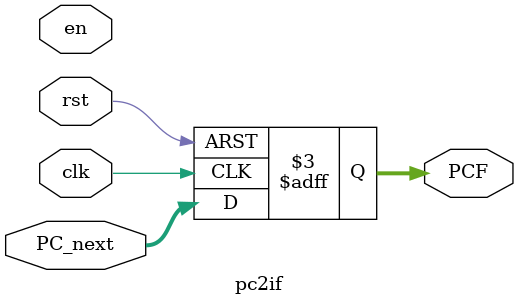
<source format=v>
`timescale 1ns / 1ps


module pc2if(
    input               clk,
    input               rst,
    input               en,
    
    input       [31:0]  PC_next,
    output reg  [31:0]  PCF

    );

    always @(posedge clk or negedge rst) begin
        if (!rst) begin
            PCF <= 32'hbfc00000;    
        end
        else begin
                PCF <= PC_next;
        end
    end 
endmodule

</source>
